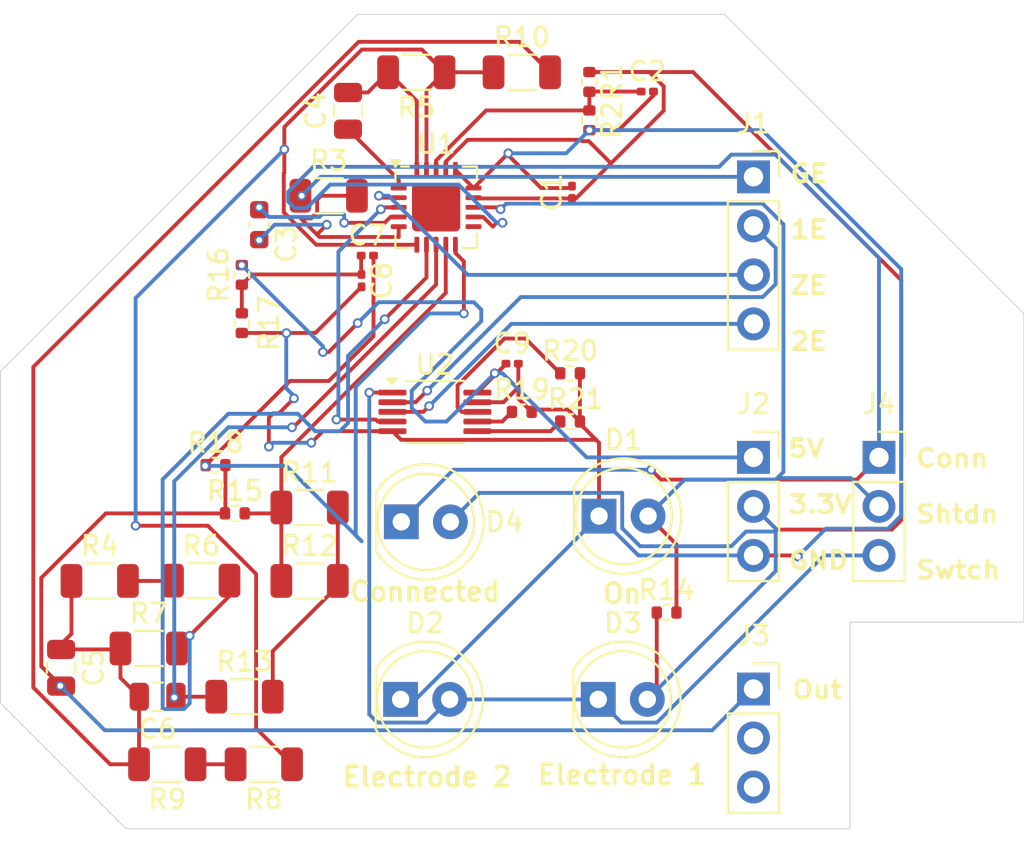
<source format=kicad_pcb>
(kicad_pcb (version 20240108) (generator "pcbnew") (generator_version "8.0")
  (layers (0 "F.Cu" signal) (31 "B.Cu" signal) (34 "B.Paste" user) (35 "F.Paste" user) (36 "B.SilkS" user "B.Silkscreen") (37 "F.SilkS" user "F.Silkscreen") (38 "B.Mask" user) (39 "F.Mask" user) (44 "Edge.Cuts" user))
  (net 0 "")
  (net 1 "GND")
  (net 2 "+3.3V")
  (net 3 "Vref")
  (net 4 "RLDFB1")
  (net 5 "RLD1")
  (net 6 "HPSENSE1")
  (net 7 "HPDRIVE1")
  (net 8 "Net-(C5-Pad1)")
  (net 9 "1o")
  (net 10 "REFOUT1")
  (net 11 "Net-(U1-OUT)")
  (net 12 "Aref")
  (net 13 "+5V")
  (net 14 "shutdown")
  (net 15 "switch")
  (net 16 "Ze")
  (net 17 "Ge")
  (net 18 "2e")
  (net 19 "1e")
  (net 22 "connected1")
  (net 23 "Net-(R4-Pad2)")
  (net 24 "IAOUT1")
  (net 25 "OPAMP+1")
  (net 26 "Net-(R8-Pad2)")
  (net 27 "OPAMP-1")
  (net 28 "Net-(R11-Pad2)")
  (net 29 "Net-(U2-B1)")
  (net 30 "Net-(U2-B0)")
  (net 31 "Net-(U2-B)")
  (net 33 "Ie")
  (footprint "Resistor_SMD:R_0402_1005Metric" (layer "F.Cu") (at 157.5 99.6)
    (property "Reference" "R21")
    (property "Value" "50R")
  )
  (footprint "Resistor_SMD:R_0402_1005Metric" (layer "F.Cu") (at 139.13875 101.86125)
    (property "Reference" "R18")
    (property "Value" "10k")
  )
  (footprint "Capacitor_SMD:C_0805_2012Metric" (layer "F.Cu") (at 131.13875 112.36125 -90)
    (property "Reference" "C5")
    (property "Value" "10uF")
  )
  (footprint "Resistor_SMD:R_1206_3216Metric" (layer "F.Cu") (at 149.5375 81.5 180)
    (property "Reference" "R5")
    (property "Value" "330k")
  )
  (footprint "Resistor_SMD:R_1206_3216Metric" (layer "F.Cu") (at 155 81.5)
    (property "Reference" "R10")
    (property "Value" "33k")
  )
  (footprint "Capacitor_SMD:C_0201_0603Metric" (layer "F.Cu") (at 154.5 96.6)
    (property "Reference" "C9")
    (property "Value" "100nF")
  )
  (footprint "Resistor_SMD:R_0402_1005Metric" (layer "F.Cu") (at 140.5 94.5 -90)
    (property "Reference" "R17")
    (property "Value" "10k ±0.1%")
  )
  (footprint "Package_SO:VSSOP-10_3x3mm_P0.5mm" (layer "F.Cu") (at 150.5 99.1)
    (property "Reference" "U2")
    (property "Value" "TMUX154EDGS")
  )
  (footprint "Package_CSP:LFCSP-20-1EP_4x4mm_P0.5mm_EP2.5x2.5mm" (layer "F.Cu") (at 150.5625 88.5)
    (property "Reference" "U1")
    (property "Value" "AD8232")
  )
  (footprint "Resistor_SMD:R_1206_3216Metric" (layer "F.Cu") (at 136.63875 117.36125 180)
    (property "Reference" "R9")
    (property "Value" "150")
  )
  (footprint "Resistor_SMD:R_1206_3216Metric" (layer "F.Cu") (at 138.39875 107.84625)
    (property "Reference" "R6")
    (property "Value" "150")
  )
  (footprint "Resistor_SMD:R_0402_1005Metric" (layer "F.Cu") (at 157.5 97.1)
    (property "Reference" "R20")
    (property "Value" "50R")
  )
  (footprint "Capacitor_SMD:C_0805_2012Metric" (layer "F.Cu") (at 136.13875 113.86125 180)
    (property "Reference" "C6")
    (property "Value" "10uF")
  )
  (footprint "Resistor_SMD:R_1206_3216Metric" (layer "F.Cu") (at 140.63875 113.86125)
    (property "Reference" "R13")
    (property "Value" "1k")
  )
  (footprint "LED_THT:LED_D5.0mm" (layer "F.Cu") (at 159 104.5)
    (property "Reference" "D1")
    (property "Value" "Green")
  )
  (footprint "Connector_PinSocket_2.54mm:PinSocket_1x04_P2.54mm_Vertical" (layer "F.Cu") (at 167 86.92)
    (property "Reference" "J1")
    (property "Value" "Electrodes")
  )
  (footprint "Capacitor_SMD:C_0603_1608Metric" (layer "F.Cu") (at 141.4 89.4 -90)
    (property "Reference" "C3")
    (property "Value" "1nF")
  )
  (footprint "Resistor_SMD:R_1206_3216Metric" (layer "F.Cu") (at 141.63875 117.36125 180)
    (property "Reference" "R8")
    (property "Value" "10")
  )
  (footprint "Connector_PinSocket_2.54mm:PinSocket_1x03_P2.54mm_Vertical" (layer "F.Cu") (at 167 101.46)
    (property "Reference" "J2")
    (property "Value" "Power")
  )
  (footprint "Resistor_SMD:R_1206_3216Metric" (layer "F.Cu") (at 133.13875 107.86125)
    (property "Reference" "R4")
    (property "Value" "10")
  )
  (footprint "Resistor_SMD:R_0402_1005Metric" (layer "F.Cu") (at 158.5 83.99 -90)
    (property "Reference" "R2")
    (property "Value" "10k ±0.1%")
  )
  (footprint "Capacitor_SMD:C_0805_2012Metric" (layer "F.Cu") (at 146 83.5 90)
    (property "Reference" "C4")
    (property "Value" "100uF")
  )
  (footprint "Resistor_SMD:R_1206_3216Metric" (layer "F.Cu") (at 144.00875 104.05625)
    (property "Reference" "R11")
    (property "Value" "33k")
  )
  (footprint "Resistor_SMD:R_0402_1005Metric" (layer "F.Cu") (at 162.5 109.5)
    (property "Reference" "R14")
    (property "Value" "10k")
  )
  (footprint "Capacitor_SMD:C_0201_0603Metric" (layer "F.Cu") (at 146.7 92.3 -90)
    (property "Reference" "C8")
    (property "Value" "0.1uF")
  )
  (footprint "LED_THT:LED_D5.0mm" (layer "F.Cu") (at 148.725 114)
    (property "Reference" "D2")
    (property "Value" "Yellow - 2e")
  )
  (footprint "Capacitor_SMD:C_0201_0603Metric" (layer "F.Cu") (at 147 91)
    (property "Reference" "C7")
    (property "Value" "14pF")
  )
  (footprint "Capacitor_SMD:C_0201_0603Metric" (layer "F.Cu") (at 161.5 82.5)
    (property "Reference" "C2")
    (property "Value" "0.1uF")
  )
  (footprint "Resistor_SMD:R_1206_3216Metric" (layer "F.Cu") (at 145 87.9)
    (property "Reference" "R3")
    (property "Value" "330k")
  )
  (footprint "Connector_PinSocket_2.54mm:PinSocket_1x03_P2.54mm_Vertical" (layer "F.Cu") (at 167 113.46)
    (property "Reference" "J3")
    (property "Value" "Output")
  )
  (footprint "LED_THT:LED_D5.0mm" (layer "F.Cu") (at 158.96 114)
    (property "Reference" "D3")
    (property "Value" "Yellow - 1e")
  )
  (footprint "Resistor_SMD:R_0402_1005Metric" (layer "F.Cu") (at 155 99.1)
    (property "Reference" "R19")
    (property "Value" "50R")
  )
  (footprint "Connector_PinSocket_2.54mm:PinSocket_1x03_P2.54mm_Vertical" (layer "F.Cu") (at 173.5 101.46)
    (property "Reference" "J4")
    (property "Value" "Status")
  )
  (footprint "Resistor_SMD:R_0402_1005Metric" (layer "F.Cu") (at 140.5 92 -90)
    (property "Reference" "R16")
    (property "Value" "10k ±0.1%")
  )
  (footprint "Capacitor_SMD:C_0201_0603Metric" (layer "F.Cu") (at 157.6 87.72 90)
    (property "Reference" "C1")
    (property "Value" "0.1uF")
  )
  (footprint "Resistor_SMD:R_1206_3216Metric" (layer "F.Cu") (at 135.67625 111.36125)
    (property "Reference" "R7")
    (property "Value" "33k")
  )
  (footprint "Resistor_SMD:R_1206_3216Metric" (layer "F.Cu") (at 144.00875 107.86125)
    (property "Reference" "R12")
    (property "Value" "33k")
  )
  (footprint "Resistor_SMD:R_0402_1005Metric" (layer "F.Cu") (at 158.5 82 -90)
    (property "Reference" "R1")
    (property "Value" "10k ±0.1%")
  )
  (footprint "LED_THT:LED_D5.0mm" (layer "F.Cu") (at 148.76 104.8)
    (property "Reference" "D4")
    (property "Value" "Red")
  )
  (footprint "Resistor_SMD:R_0402_1005Metric" (layer "F.Cu") (at 140.13875 104.36125)
    (property "Reference" "R15")
    (property "Value" "10k")
  )
  (gr_line (start 181 110) (end 181 94) (stroke (width 0.05)) (layer "Edge.Cuts"))
  (gr_line (start 128 114.2) (end 134.5 120.7) (stroke (width 0.05)) (layer "Edge.Cuts"))
  (gr_line (start 134.5 120.7) (end 172 120.7) (stroke (width 0.05)) (layer "Edge.Cuts"))
  (gr_line (start 172 110) (end 181 110) (stroke (width 0.05)) (layer "Edge.Cuts"))
  (gr_line (start 146.5 78.5) (end 128 97) (stroke (width 0.05)) (layer "Edge.Cuts"))
  (gr_line (start 181 94) (end 165.5 78.5) (stroke (width 0.05)) (layer "Edge.Cuts"))
  (gr_line (start 165.5 78.5) (end 146.5 78.5) (stroke (width 0.05)) (layer "Edge.Cuts"))
  (gr_line (start 128 97) (end 128 114.2) (stroke (width 0.05)) (layer "Edge.Cuts"))
  (gr_line (start 172 110) (end 172 120.7) (stroke (width 0.05)) (layer "Edge.Cuts"))
  (gr_text "Conn\n\nShtdn\n\nSwtch" (at 175.3 104.4 0) (layer "F.SilkS") (effects (font (size 0.9 1) (thickness 0.2) (bold yes)) (justify left)))
  (gr_text "5V\n\n3.3V\n\nGND" (at 168.7 103.9 0) (layer "F.SilkS") (effects (font (size 0.9 1) (thickness 0.2) (bold yes)) (justify left)))
  (gr_text "On" (at 160.2 109.1 0) (layer "F.SilkS") (effects (font (size 1 1) (thickness 0.2) (bold yes)) (justify bottom)))
  (gr_text "Connected" (at 150 109 0) (layer "F.SilkS") (effects (font (size 1 1) (thickness 0.2) (bold yes)) (justify bottom)))
  (gr_text "GE\n\n1E\n\nZE\n\n2E" (at 168.8 91.1 0) (layer "F.SilkS") (effects (font (size 0.9 1) (thickness 0.2) (bold yes)) (justify left)))
  (gr_text "Electrode 1" (at 160.2 118.5 0) (layer "F.SilkS") (effects (font (size 1 1) (thickness 0.2) (bold yes)) (justify bottom)))
  (gr_text "Electrode 2" (at 150.1 118.6 0) (layer "F.SilkS") (effects (font (size 1 1) (thickness 0.2) (bold yes)) (justify bottom)))
  (gr_text "Out" (at 168.9 113.5 0) (layer "F.SilkS") (effects (font (size 0.9 1) (thickness 0.2) (bold yes)) (justify left)))
  (segment (start 144.7 100.1) (end 144.1 100.7) (width 0.2) (layer "F.Cu") (net 1))
  (segment (start 152.7 98.6) (end 154.051076 98.6) (width 0.2) (layer "F.Cu") (net 1))
  (segment (start 148.3 100.1) (end 144.7 100.1) (width 0.2) (layer "F.Cu") (net 1))
  (segment (start 157.39 98.98) (end 158.01 99.6) (width 0.2) (layer "F.Cu") (net 1))
  (segment (start 142.425 99.175) (end 143.2 98.4) (width 0.2) (layer "F.Cu") (net 1))
  (segment (start 158.01 99.71) (end 158.95 100.65) (width 0.2) (layer "F.Cu") (net 1))
  (segment (start 141.9 100.9) (end 141.9 99.4) (width 0.2) (layer "F.Cu") (net 1))
  (segment (start 152.5 87.5) (end 154.25 85.75) (width 0.2) (layer "F.Cu") (net 1))
  (segment (start 154.82 96.6) (end 154.82 97.8) (width 0.2) (layer "F.Cu") (net 1))
  (segment (start 169.3 106.6) (end 169.2 106.6) (width 0.2) (layer "F.Cu") (net 1))
  (segment (start 158.01 97.1) (end 158.01 99.6) (width 0.2) (layer "F.Cu") (net 1))
  (segment (start 151.5625 86.5625) (end 152.5 87.5) (width 0.2) (layer "F.Cu") (net 1))
  (segment (start 169.14 106.54) (end 167 106.54) (width 0.2) (layer "F.Cu") (net 1))
  (segment (start 160.019999 84.5) (end 158.5 84.5) (width 0.2) (layer "F.Cu") (net 1))
  (segment (start 154.82 98.41) (end 155.51 99.1) (width 0.2) (layer "F.Cu") (net 1))
  (segment (start 155.63 98.98) (end 157.39 98.98) (width 0.2) (layer "F.Cu") (net 1))
  (segment (start 161.82 82.5) (end 161.82 82.699999) (width 0.2) (layer "F.Cu") (net 1))
  (segment (start 154.25 85.75) (end 156 87.5) (width 0.2) (layer "F.Cu") (net 1))
  (segment (start 159 100.7) (end 159 104.5) (width 0.2) (layer "F.Cu") (net 1))
  (segment (start 148.3 100.1) (end 148.75 100.55) (width 0.2) (layer "F.Cu") (net 1))
  (segment (start 140.5 95.01) (end 144.31 95.01) (width 0.2) (layer "F.Cu") (net 1))
  (segment (start 155.51 99.1) (end 155.63 98.98) (width 0.2) (layer "F.Cu") (net 1))
  (segment (start 154.051076 98.6) (end 154.82 97.831076) (width 0.2) (layer "F.Cu") (net 1))
  (segment (start 156 87.5) (end 157.5 87.5) (width 0.2) (layer "F.Cu") (net 1))
  (segment (start 157.5 87.5) (end 157.6 87.4) (width 0.2) (layer "F.Cu") (net 1))
  (segment (start 154.82 97.8) (end 154.82 98.41) (width 0.2) (layer "F.Cu") (net 1))
  (segment (start 161.82 82.699999) (end 160.019999 84.5) (width 0.2) (layer "F.Cu") (net 1))
  (segment (start 169.2 106.6) (end 169.14 106.54) (width 0.2) (layer "F.Cu") (net 1))
  (segment (start 154.82 97.831076) (end 154.82 97.8) (width 0.2) (layer "F.Cu") (net 1))
  (segment (start 158.95 100.65) (end 159 100.7) (width 0.2) (layer "F.Cu") (net 1))
  (segment (start 158.85 100.55) (end 158.95 100.65) (width 0.2) (layer "F.Cu") (net 1))
  (segment (start 148.75 100.55) (end 158.85 100.55) (width 0.2) (layer "F.Cu") (net 1))
  (segment (start 142.125 99.175) (end 142.2 99.175) (width 0.2) (layer "F.Cu") (net 1))
  (segment (start 141.9 99.4) (end 142.125 99.175) (width 0.2) (layer "F.Cu") (net 1))
  (segment (start 142.2 99.175) (end 142.425 99.175) (width 0.2) (layer "F.Cu") (net 1))
  (segment (start 144.31 95.01) (end 146.7 92.62) (width 0.2) (layer "F.Cu") (net 1))
  (segment (start 158.01 99.6) (end 158.01 99.71) (width 0.2) (layer "F.Cu") (net 1))
  (via (at 154.3 85.7) (size 0.5) (drill 0.3) (layers "F.Cu" "B.Cu") (net 1))
  (via (at 143.2 98.4) (size 0.5) (drill 0.3) (layers "F.Cu" "B.Cu") (net 1))
  (via (at 141.9 100.9) (size 0.5) (drill 0.3) (layers "F.Cu" "B.Cu") (net 1))
  (via (at 144.1 100.7) (size 0.5) (drill 0.3) (layers "F.Cu" "B.Cu") (net 1))
  (via (at 142.808511 95.018247) (size 0.5) (drill 0.3) (layers "F.Cu" "B.Cu") (net 1))
  (via (at 169.3 106.6) (size 0.5) (drill 0.3) (layers "F.Cu" "B.Cu") (net 1))
  (via (at 158.5 84.5) (size 0.5) (drill 0.3) (layers "F.Cu" "B.Cu") (net 1))
  (segment (start 157.3 85.7) (end 158.5 84.5) (width 0.2) (layer "B.Cu") (net 1))
  (segment (start 144.1 100.7) (end 142.1 100.7) (width 0.2) (layer "B.Cu") (net 1))
  (segment (start 159 104.5) (end 161.04 106.54) (width 0.2) (layer "B.Cu") (net 1))
  (segment (start 174.65 104.476346) (end 173.976346 105.15) (width 0.2) (layer "B.Cu") (net 1))
  (segment (start 149.5 114) (end 159 104.5) (width 0.2) (layer "B.Cu") (net 1))
  (segment (start 148.725 114) (end 149.5 114) (width 0.2) (layer "B.Cu") (net 1))
  (segment (start 161.04 106.54) (end 167 106.54) (width 0.2) (layer "B.Cu") (net 1))
  (segment (start 174.65 91.704314) (end 174.65 104.476346) (width 0.2) (layer "B.Cu") (net 1))
  (segment (start 154.3 85.7) (end 157.3 85.7) (width 0.2) (layer "B.Cu") (net 1))
  (segment (start 167.445686 84.5) (end 174.65 91.704314) (width 0.2) (layer "B.Cu") (net 1))
  (segment (start 170.75 105.15) (end 169.3 106.6) (width 0.2) (layer "B.Cu") (net 1))
  (segment (start 173.976346 105.15) (end 170.75 105.15) (width 0.2) (layer "B.Cu") (net 1))
  (segment (start 143.2 98.4) (end 143.2 98.277818) (width 0.2) (layer "B.Cu") (net 1))
  (segment (start 142.1 100.7) (end 141.9 100.9) (width 0.2) (layer "B.Cu") (net 1))
  (segment (start 143.2 98.277818) (end 142.8 97.877818) (width 0.2) (layer "B.Cu") (net 1))
  (segment (start 158.5 84.5) (end 167.445686 84.5) (width 0.2) (layer "B.Cu") (net 1))
  (segment (start 142.8 97.877818) (end 142.8 95) (width 0.2) (layer "B.Cu") (net 1))
  (segment (start 163.87 81.49) (end 174.65 92.27) (width 0.2) (layer "F.Cu") (net 2))
  (segment (start 161.99 109.5) (end 161.99 113.51) (width 0.2) (layer "F.Cu") (net 2))
  (segment (start 161.99 113.51) (end 161.5 114) (width 0.2) (layer "F.Cu") (net 2))
  (segment (start 159.62 86.22) (end 157.799999 88.04) (width 0.2) (layer "F.Cu") (net 2))
  (segment (start 161.608456 81.49) (end 162.35 82.231544) (width 0.2) (layer "F.Cu") (net 2))
  (segment (start 174.65 104.716346) (end 174.166346 105.2) (width 0.2) (layer "F.Cu") (net 2))
  (segment (start 152.198114 85) (end 158.061076 85) (width 0.2) (layer "F.Cu") (net 2))
  (segment (start 151.0625 86.135614) (end 152.198114 85) (width 0.2) (layer "F.Cu") (net 2))
  (segment (start 157.799999 88.04) (end 157.6 88.04) (width 0.2) (layer "F.Cu") (net 2))
  (segment (start 157.6 88.04) (end 152.54 88.04) (width 0.2) (layer "F.Cu") (net 2))
  (segment (start 158.47 85.07) (end 159.62 86.22) (width 0.2) (layer "F.Cu") (net 2))
  (segment (start 158.131076 85.07) (end 158.47 85.07) (width 0.2) (layer "F.Cu") (net 2))
  (segment (start 151.0625 86.5625) (end 151.0625 86.135614) (width 0.2) (layer "F.Cu") (net 2))
  (segment (start 158.5 81.49) (end 158.8 81.49) (width 0.2) (layer "F.Cu") (net 2))
  (segment (start 158.8 81.49) (end 161.608456 81.49) (width 0.2) (layer "F.Cu") (net 2))
  (segment (start 158.8 81.49) (end 163.87 81.49) (width 0.2) (layer "F.Cu") (net 2))
  (segment (start 174.65 92.27) (end 174.65 104.716346) (width 0.2) (layer "F.Cu") (net 2))
  (segment (start 162.35 82.231544) (end 162.35 83.489999) (width 0.2) (layer "F.Cu") (net 2))
  (segment (start 174.166346 105.2) (end 168.2 105.2) (width 0.2) (layer "F.Cu") (net 2))
  (segment (start 158.061076 85) (end 158.131076 85.07) (width 0.2) (layer "F.Cu") (net 2))
  (segment (start 168.2 105.2) (end 167 104) (width 0.2) (layer "F.Cu") (net 2))
  (segment (start 152.54 88.04) (end 152.5 88) (width 0.2) (layer "F.Cu") (net 2))
  (segment (start 162.35 83.489999) (end 159.62 86.22) (width 0.2) (layer "F.Cu") (net 2))
  (segment (start 160.2 103.3) (end 160.2 105.134314) (width 0.2) (layer "B.Cu") (net 2))
  (segment (start 151.3 104.8) (end 152.8 103.3) (width 0.2) (layer "B.Cu") (net 2))
  (segment (start 161.5 114) (end 168.15 107.35) (width 0.2) (layer "B.Cu") (net 2))
  (segment (start 161.12934 106.063654) (end 165.85 106.063654) (width 0.2) (layer "B.Cu") (net 2))
  (segment (start 165.85 106.063654) (end 166.613654 105.3) (width 0.2) (layer "B.Cu") (net 2))
  (segment (start 168.15 105.15) (end 167 104) (width 0.2) (layer "B.Cu") (net 2))
  (segment (start 168.15 105.3) (end 168.15 105.15) (width 0.2) (layer "B.Cu") (net 2))
  (segment (start 152.8 103.3) (end 160.2 103.3) (width 0.2) (layer "B.Cu") (net 2))
  (segment (start 168.15 107.35) (end 168.15 105.3) (width 0.2) (layer "B.Cu") (net 2))
  (segment (start 166.613654 105.3) (end 168.15 105.3) (width 0.2) (layer "B.Cu") (net 2))
  (segment (start 160.2 105.134314) (end 161.12934 106.063654) (width 0.2) (layer "B.Cu") (net 2))
  (segment (start 161.18 82.5) (end 158.51 82.5) (width 0.2) (layer "F.Cu") (net 3))
  (segment (start 158.5 83.48) (end 158.5 82.51) (width 0.2) (layer "F.Cu") (net 3))
  (segment (start 153.152428 83.48) (end 158.5 83.48) (width 0.2) (layer "F.Cu") (net 3))
  (segment (start 150.5625 86.5625) (end 150.5625 86.069928) (width 0.2) (layer "F.Cu") (net 3))
  (segment (start 158.51 82.5) (end 158.5 82.51) (width 0.2) (layer "F.Cu") (net 3))
  (segment (start 150.5625 86.069928) (end 153.152428 83.48) (width 0.2) (layer "F.Cu") (net 3))
  (segment (start 148.198114 89) (end 148.625 89) (width 0.2) (layer "F.Cu") (net 4))
  (segment (start 145.8 89.3) (end 147.898114 89.3) (width 0.2) (layer "F.Cu") (net 4))
  (segment (start 147.898114 89.3) (end 148.198114 89) (width 0.2) (layer "F.Cu") (net 4))
  (via (at 145.8 89.3) (size 0.5) (drill 0.3) (layers "F.Cu" "B.Cu") (net 4))
  (via (at 141.4 88.5) (size 0.5) (drill 0.3) (layers "F.Cu" "B.Cu") (net 4))
  (segment (start 145.75 88.85) (end 144.672182 88.85) (width 0.2) (layer "B.Cu") (net 4))
  (segment (start 141.9 89) (end 141.4 88.5) (width 0.2) (layer "B.Cu") (net 4))
  (segment (start 145.8 89.3) (end 145.8 88.9) (width 0.2) (layer "B.Cu") (net 4))
  (segment (start 144.522182 89) (end 141.9 89) (width 0.2) (layer "B.Cu") (net 4))
  (segment (start 144.672182 88.85) (end 144.522182 89) (width 0.2) (layer "B.Cu") (net 4))
  (segment (start 145.8 88.9) (end 145.75 88.85) (width 0.2) (layer "B.Cu") (net 4))
  (segment (start 148.625 90.0375) (end 148.625 89.5) (width 0.2) (layer "F.Cu") (net 5))
  (segment (start 144.440471 89.859529) (end 144.9 89.4) (width 0.2) (layer "F.Cu") (net 5))
  (segment (start 144.4 88.759744) (end 144.084744 89.075) (width 0.2) (layer "F.Cu") (net 5))
  (segment (start 144.440471 89.959529) (end 144.518442 90.0375) (width 0.2) (layer "F.Cu") (net 5))
  (segment (start 144.440471 89.959529) (end 144.440471 89.859529) (width 0.2) (layer "F.Cu") (net 5))
  (segment (start 144.518442 90.0375) (end 148.625 90.0375) (width 0.2) (layer "F.Cu") (net 5))
  (segment (start 143.555942 89.075) (end 144.440471 89.959529) (width 0.2) (layer "F.Cu") (net 5))
  (segment (start 144.084744 89.075) (end 143.555942 89.075) (width 0.2) (layer "F.Cu") (net 5))
  (segment (start 146.4625 87.9) (end 144.6 87.9) (width 0.2) (layer "F.Cu") (net 5))
  (segment (start 144.4 88.1) (end 144.4 88.759744) (width 0.2) (layer "F.Cu") (net 5))
  (segment (start 144.6 87.9) (end 144.4 88.1) (width 0.2) (layer "F.Cu") (net 5))
  (via (at 144.9 89.4) (size 0.5) (drill 0.3) (layers "F.Cu" "B.Cu") (net 5))
  (via (at 141.4 90.2) (size 0.5) (drill 0.3) (layers "F.Cu" "B.Cu") (net 5))
  (segment (start 142.2 89.4) (end 144.9 89.4) (width 0.2) (layer "B.Cu") (net 5))
  (segment (start 141.4 90.2) (end 142.2 89.4) (width 0.2) (layer "B.Cu") (net 5))
  (segment (start 149.5625 86.5625) (end 149.5625 82.9875) (width 0.2) (layer "F.Cu") (net 6))
  (segment (start 149.5625 82.9875) (end 148.075 81.5) (width 0.2) (layer "F.Cu") (net 6))
  (segment (start 147.025 82.55) (end 146 82.55) (width 0.2) (layer "F.Cu") (net 6))
  (segment (start 148.075 81.5) (end 147.025 82.55) (width 0.2) (layer "F.Cu") (net 6))
  (segment (start 148.625 87.075) (end 148.625 87.5) (width 0.2) (layer "F.Cu") (net 7))
  (segment (start 146 84.45) (end 148.625 87.075) (width 0.2) (layer "F.Cu") (net 7))
  (segment (start 134.21375 112.88625) (end 135.18875 113.86125) (width 0.2) (layer "F.Cu") (net 8))
  (segment (start 131.67625 110.60125) (end 131.67625 107.86125) (width 0.2) (layer "F.Cu") (net 8))
  (segment (start 135.17625 117.36125) (end 135.17625 113.87375) (width 0.2) (layer "F.Cu") (net 8))
  (segment (start 146.54957 79.925) (end 129.7 96.77457) (width 0.2) (layer "F.Cu") (net 8))
  (segment (start 133.679006 117.36125) (end 135.17625 117.36125) (width 0.2) (layer "F.Cu") (net 8))
  (segment (start 156.4625 81.5) (end 154.8875 79.925) (width 0.2) (layer "F.Cu") (net 8))
  (segment (start 134.21375 111.36125) (end 134.21375 112.88625) (width 0.2) (layer "F.Cu") (net 8))
  (segment (start 135.17625 113.87375) (end 135.18875 113.86125) (width 0.2) (layer "F.Cu") (net 8))
  (segment (start 129.7 96.77457) (end 129.7 113.382244) (width 0.2) (layer "F.Cu") (net 8))
  (segment (start 129.7 113.382244) (end 133.679006 117.36125) (width 0.2) (layer "F.Cu") (net 8))
  (segment (start 131.13875 111.41125) (end 131.13875 111.13875) (width 0.2) (layer "F.Cu") (net 8))
  (segment (start 131.13875 111.13875) (end 131.67625 110.60125) (width 0.2) (layer "F.Cu") (net 8))
  (segment (start 154.8875 79.925) (end 146.54957 79.925) (width 0.2) (layer "F.Cu") (net 8))
  (segment (start 134.16375 111.41125) (end 134.21375 111.36125) (width 0.2) (layer "F.Cu") (net 8))
  (segment (start 131.13875 111.41125) (end 134.16375 111.41125) (width 0.2) (layer "F.Cu") (net 8))
  (segment (start 130.11375 112.28625) (end 130.11375 107.701506) (width 0.2) (layer "F.Cu") (net 9))
  (segment (start 130.11375 107.701506) (end 133.454006 104.36125) (width 0.2) (layer "F.Cu") (net 9))
  (segment (start 139.64875 101.86125) (end 139.64875 104.34125) (width 0.2) (layer "F.Cu") (net 9))
  (segment (start 131.13875 113.31125) (end 130.11375 112.28625) (width 0.2) (layer "F.Cu") (net 9))
  (segment (start 139.64875 104.34125) (end 139.62875 104.36125) (width 0.2) (layer "F.Cu") (net 9))
  (segment (start 133.454006 104.36125) (end 139.62875 104.36125) (width 0.2) (layer "F.Cu") (net 9))
  (via (at 131.1 113.3) (size 0.5) (drill 0.3) (layers "F.Cu" "B.Cu") (net 9))
  (segment (start 133.4 115.6) (end 131.1 113.3) (width 0.2) (layer "B.Cu") (net 9))
  (segment (start 167 113.46) (end 164.86 115.6) (width 0.2) (layer "B.Cu") (net 9))
  (segment (start 164.86 115.6) (end 133.4 115.6) (width 0.2) (layer "B.Cu") (net 9))
  (segment (start 150.5625 92.503186) (end 143.165686 99.9) (width 0.2) (layer "F.Cu") (net 10))
  (segment (start 137.08875 113.86125) (end 139.17625 113.86125) (width 0.2) (layer "F.Cu") (net 10))
  (segment (start 150.5625 90.4375) (end 150.5625 92.503186) (width 0.2) (layer "F.Cu") (net 10))
  (segment (start 143.165686 99.9) (end 143.1 99.9) (width 0.2) (layer "F.Cu") (net 10))
  (via (at 143.1 99.9) (size 0.5) (drill 0.3) (layers "F.Cu" "B.Cu") (net 10))
  (via (at 137 113.9) (size 0.5) (drill 0.3) (layers "F.Cu" "B.Cu") (net 10))
  (segment (start 137 102.7) (end 137 113.9) (width 0.2) (layer "B.Cu") (net 10))
  (segment (start 143.1 99.9) (end 139.8 99.9) (width 0.2) (layer "B.Cu") (net 10))
  (segment (start 139.8 99.9) (end 137 102.7) (width 0.2) (layer "B.Cu") (net 10))
  (segment (start 151.5625 90.864386) (end 152 91.301886) (width 0.2) (layer "F.Cu") (net 11))
  (segment (start 145 97.5) (end 147.32 95.18) (width 0.2) (layer "F.Cu") (net 11))
  (segment (start 147.32 95.18) (end 147.32 91) (width 0.2) (layer "F.Cu") (net 11))
  (segment (start 151.5625 90.4375) (end 151.5625 90.864386) (width 0.2) (layer "F.Cu") (net 11))
  (segment (start 138.62875 101.86125) (end 142.99 97.5) (width 0.2) (layer "F.Cu") (net 11))
  (segment (start 152 91.301886) (end 152 94) (width 0.2) (layer "F.Cu") (net 11))
  (segment (start 142.99 97.5) (end 145 97.5) (width 0.2) (layer "F.Cu") (net 11))
  (via (at 152 94) (size 0.5) (drill 0.3) (layers "F.Cu" "B.Cu") (net 11))
  (via (at 138.6 101.9) (size 0.5) (drill 0.3) (layers "F.Cu" "B.Cu") (net 11))
  (segment (start 152 94) (end 150.2 94) (width 0.2) (layer "B.Cu") (net 11))
  (segment (start 146.7 105.8) (end 142.8 101.9) (width 0.2) (layer "B.Cu") (net 11))
  (segment (start 142.8 101.9) (end 138.6 101.9) (width 0.2) (layer "B.Cu") (net 11))
  (segment (start 146.4 105.5) (end 146.7 105.8) (width 0.2) (layer "B.Cu") (net 11))
  (segment (start 150.2 94) (end 146.4 97.8) (width 0.2) (layer "B.Cu") (net 11))
  (segment (start 146.4 97.8) (end 146.4 105.5) (width 0.2) (layer "B.Cu") (net 11))
  (segment (start 146.68 91.96) (end 146.7 91.98) (width 0.2) (layer "F.Cu") (net 12))
  (segment (start 140.5 92.51) (end 141.03 91.98) (width 0.2) (layer "F.Cu") (net 12))
  (segment (start 140.5 93.99) (end 140.5 92.51) (width 0.2) (layer "F.Cu") (net 12))
  (segment (start 146.68 91) (end 146.68 91.96) (width 0.2) (layer "F.Cu") (net 12))
  (segment (start 141.03 91.98) (end 146.7 91.98) (width 0.2) (layer "F.Cu") (net 12))
  (segment (start 154.18 96.62) (end 154.18 96.6) (width 0.2) (layer "F.Cu") (net 13))
  (segment (start 153.6 97.1) (end 153.7 97.1) (width 0.2) (layer "F.Cu") (net 13))
  (segment (start 153.7 97.1) (end 154.18 96.62) (width 0.2) (layer "F.Cu") (net 13))
  (segment (start 145 96) (end 146.5 94.5) (width 0.2) (layer "F.Cu") (net 13))
  (segment (start 144.7 96) (end 145 96) (width 0.2) (layer "F.Cu") (net 13))
  (segment (start 153.6 97.1) (end 153.6 97.2) (width 0.2) (layer "F.Cu") (net 13))
  (segment (start 153.6 97.2) (end 152.7 98.1) (width 0.2) (layer "F.Cu") (net 13))
  (via (at 144.7 96) (size 0.5) (drill 0.3) (layers "F.Cu" "B.Cu") (net 13))
  (via (at 153.6 97.1) (size 0.5) (drill 0.3) (layers "F.Cu" "B.Cu") (net 13))
  (via (at 140.5 91.5) (size 0.5) (drill 0.3) (layers "F.Cu" "B.Cu") (net 13))
  (via (at 146.5 94.5) (size 0.5) (drill 0.3) (layers "F.Cu" "B.Cu") (net 13))
  (segment (start 153.6 97.1) (end 154 97.1) (width 0.2) (layer "B.Cu") (net 13))
  (segment (start 152.517157 93.417157) (end 147.582843 93.417157) (width 0.2) (layer "B.Cu") (net 13))
  (segment (start 140.5 91.5) (end 144.7 95.7) (width 0.2) (layer "B.Cu") (net 13))
  (segment (start 153.6 97.1) (end 151.1 99.6) (width 0.2) (layer "B.Cu") (net 13))
  (segment (start 158.36 101.46) (end 167 101.46) (width 0.2) (layer "B.Cu") (net 13))
  (segment (start 150 99.6) (end 149.3 98.9) (width 0.2) (layer "B.Cu") (net 13))
  (segment (start 149.3 98.9) (end 149.3 98) (width 0.2) (layer "B.Cu") (net 13))
  (segment (start 149.3 98) (end 152.9 94.4) (width 0.2) (layer "B.Cu") (net 13))
  (segment (start 144.7 95.7) (end 144.7 96) (width 0.2) (layer "B.Cu") (net 13))
  (segment (start 152.9 94.4) (end 152.9 93.8) (width 0.2) (layer "B.Cu") (net 13))
  (segment (start 151.1 99.6) (end 150 99.6) (width 0.2) (layer "B.Cu") (net 13))
  (segment (start 152.9 93.8) (end 152.517157 93.417157) (width 0.2) (layer "B.Cu") (net 13))
  (segment (start 147.582843 93.417157) (end 146.5 94.5) (width 0.2) (layer "B.Cu") (net 13))
  (segment (start 154 97.1) (end 158.36 101.46) (width 0.2) (layer "B.Cu") (net 13))
  (segment (start 153.6 88.5) (end 153.9 88.6) (width 0.2) (layer "F.Cu") (net 14))
  (segment (start 153.9 88.6) (end 153.8 88.5) (width 0.2) (layer "F.Cu") (net 14))
  (segment (start 163.01 109.5) (end 163.01 105.97) (width 0.2) (layer "F.Cu") (net 14))
  (segment (start 153.8 88.5) (end 153.7 88.5) (width 0.2) (layer "F.Cu") (net 14))
  (segment (start 152.5 88.5) (end 153.6 88.5) (width 0.2) (layer "F.Cu") (net 14))
  (segment (start 163.01 105.97) (end 161.54 104.5) (width 0.2) (layer "F.Cu") (net 14))
  (via (at 153.9 88.6) (size 0.5) (drill 0.3) (layers "F.Cu" "B.Cu") (net 14))
  (segment (start 154.19 88.31) (end 167.476346 88.31) (width 0.2) (layer "B.Cu") (net 14))
  (segment (start 163.43 102.61) (end 161.54 104.5) (width 0.2) (layer "B.Cu") (net 14))
  (segment (start 173.5 104) (end 172.03 102.53) (width 0.2) (layer "B.Cu") (net 14))
  (segment (start 172.03 102.53) (end 168.23 102.53) (width 0.2) (layer "B.Cu") (net 14))
  (segment (start 168.23 102.53) (end 168.15 102.61) (width 0.2) (layer "B.Cu") (net 14))
  (segment (start 167.476346 88.31) (end 168.55 89.383654) (width 0.2) (layer "B.Cu") (net 14))
  (segment (start 168.55 89.383654) (end 168.55 102.21) (width 0.2) (layer "B.Cu") (net 14))
  (segment (start 168.15 102.61) (end 163.43 102.61) (width 0.2) (layer "B.Cu") (net 14))
  (segment (start 168.55 102.21) (end 168.23 102.53) (width 0.2) (layer "B.Cu") (net 14))
  (segment (start 153.9 88.6) (end 154.19 88.31) (width 0.2) (layer "B.Cu") (net 14))
  (segment (start 147.1 98.1) (end 148.3 98.1) (width 0.2) (layer "F.Cu") (net 15))
  (via (at 147.1 98.1) (size 0.5) (drill 0.3) (layers "F.Cu" "B.Cu") (net 15))
  (segment (start 147.1 114.775) (end 147.1 98.1) (width 0.2) (layer "B.Cu") (net 15))
  (segment (start 173.5 106.54) (end 170.657057 106.54) (width 0.2) (layer "B.Cu") (net 15))
  (segment (start 161.997057 115.2) (end 160.16 115.2) (width 0.2) (layer "B.Cu") (net 15))
  (segment (start 151.265 114) (end 150.065 115.2) (width 0.2) (layer "B.Cu") (net 15))
  (segment (start 150.065 115.2) (end 147.525 115.2) (width 0.2) (layer "B.Cu") (net 15))
  (segment (start 170.657057 106.54) (end 161.997057 115.2) (width 0.2) (layer "B.Cu") (net 15))
  (segment (start 151.265 114) (end 158.96 114) (width 0.2) (layer "B.Cu") (net 15))
  (segment (start 147.525 115.2) (end 147.1 114.775) (width 0.2) (layer "B.Cu") (net 15))
  (segment (start 160.16 115.2) (end 158.96 114) (width 0.2) (layer "B.Cu") (net 15))
  (segment (start 147.6 87.9) (end 147.7 88) (width 0.2) (layer "F.Cu") (net 16))
  (segment (start 147.7 88) (end 148.625 88) (width 0.2) (layer "F.Cu") (net 16))
  (via (at 147.6 87.9) (size 0.5) (drill 0.3) (layers "F.Cu" "B.Cu") (net 16))
  (segment (start 148.1 87.9) (end 152.2 92) (width 0.2) (layer "B.Cu") (net 16))
  (segment (start 147.6 87.9) (end 148.1 87.9) (width 0.2) (layer "B.Cu") (net 16))
  (segment (start 152.2 92) (end 167 92) (width 0.2) (layer "B.Cu") (net 16))
  (via (at 143.6 87.9) (size 0.5) (drill 0.3) (layers "F.Cu" "B.Cu") (net 17))
  (segment (start 144.58 86.92) (end 167 86.92) (width 0.2) (layer "B.Cu") (net 17))
  (segment (start 143.6 87.9) (end 144.58 86.92) (width 0.2) (layer "B.Cu") (net 17))
  (segment (start 150.2 98.8) (end 149.9 99.1) (width 0.2) (layer "F.Cu") (net 18))
  (segment (start 149.9 99.1) (end 148.3 99.1) (width 0.2) (layer "F.Cu") (net 18))
  (via (at 150.2 98.8) (size 0.5) (drill 0.3) (layers "F.Cu" "B.Cu") (net 18))
  (segment (start 167 94.54) (end 154.46 94.54) (width 0.2) (layer "B.Cu") (net 18))
  (segment (start 154.46 94.54) (end 150.2 98.8) (width 0.2) (layer "B.Cu") (net 18))
  (segment (start 149.5 98.6) (end 148.3 98.6) (width 0.2) (layer "F.Cu") (net 19))
  (segment (start 150.1 98) (end 149.5 98.6) (width 0.2) (layer "F.Cu") (net 19))
  (via (at 150.1 98) (size 0.5) (drill 0.3) (layers "F.Cu" "B.Cu") (net 19))
  (segment (start 154.95 93.15) (end 150.1 98) (width 0.2) (layer "B.Cu") (net 19))
  (segment (start 167 89.46) (end 168.15 90.61) (width 0.2) (layer "B.Cu") (net 19))
  (segment (start 168.15 92.476346) (end 167.476346 93.15) (width 0.2) (layer "B.Cu") (net 19))
  (segment (start 167.476346 93.15) (end 154.95 93.15) (width 0.2) (layer "B.Cu") (net 19))
  (segment (start 168.15 90.61) (end 168.15 92.476346) (width 0.2) (layer "B.Cu") (net 19))
  (segment (start 172.35 102.61) (end 173.5 101.46) (width 0.2) (layer "F.Cu") (net 22))
  (segment (start 153.7 89.3) (end 154 89.3) (width 0.2) (layer "F.Cu") (net 22))
  (segment (start 153.5 89.5) (end 153.7 89.3) (width 0.2) (layer "F.Cu") (net 22))
  (segment (start 152.5 89) (end 153 89) (width 0.2) (layer "F.Cu") (net 22))
  (segment (start 153 89) (end 153.5 89.5) (width 0.2) (layer "F.Cu") (net 22))
  (segment (start 162.21 102.61) (end 172.35 102.61) (width 0.2) (layer "F.Cu") (net 22))
  (segment (start 161.7 102.1) (end 162.21 102.61) (width 0.2) (layer "F.Cu") (net 22))
  (via (at 161.7 102.1) (size 0.5) (drill 0.3) (layers "F.Cu" "B.Cu") (net 22))
  (via (at 154 89.3) (size 0.5) (drill 0.3) (layers "F.Cu" "B.Cu") (net 22))
  (segment (start 153.7 89.3) (end 151.72 87.32) (width 0.2) (layer "B.Cu") (net 22))
  (segment (start 143.859461 88.540539) (end 143.240539 88.540539) (width 0.2) (layer "B.Cu") (net 22))
  (segment (start 151.46 102.1) (end 161.7 102.1) (width 0.2) (layer "B.Cu") (net 22))
  (segment (start 173.5 91.12) (end 173.5 101.46) (width 0.2) (layer "B.Cu") (net 22))
  (segment (start 144.2 86.4) (end 165.22 86.4) (width 0.2) (layer "B.Cu") (net 22))
  (segment (start 143.240539 88.540539) (end 142.9 88.2) (width 0.2) (layer "B.Cu") (net 22))
  (segment (start 151.72 87.32) (end 145.08 87.32) (width 0.2) (layer "B.Cu") (net 22))
  (segment (start 165.85 85.77) (end 168.15 85.77) (width 0.2) (layer "B.Cu") (net 22))
  (segment (start 142.9 87.7) (end 144.2 86.4) (width 0.2) (layer "B.Cu") (net 22))
  (segment (start 168.15 85.77) (end 173.5 91.12) (width 0.2) (layer "B.Cu") (net 22))
  (segment (start 154 89.3) (end 153.7 89.3) (width 0.2) (layer "B.Cu") (net 22))
  (segment (start 142.9 88.2) (end 142.9 87.7) (width 0.2) (layer "B.Cu") (net 22))
  (segment (start 165.22 86.4) (end 165.85 85.77) (width 0.2) (layer "B.Cu") (net 22))
  (segment (start 145.08 87.32) (end 143.859461 88.540539) (width 0.2) (layer "B.Cu") (net 22))
  (segment (start 148.76 104.8) (end 151.46 102.1) (width 0.2) (layer "B.Cu") (net 22))
  (segment (start 134.60125 107.86125) (end 136.92125 107.86125) (width 0.2) (layer "F.Cu") (net 23))
  (segment (start 136.92125 107.86125) (end 136.93625 107.84625) (width 0.2) (layer "F.Cu") (net 23))
  (segment (start 142.7 84.340256) (end 146.715256 80.325) (width 0.2) (layer "F.Cu") (net 24))
  (segment (start 142.7 86.7) (end 142.7 84.340256) (width 0.2) (layer "F.Cu") (net 24))
  (segment (start 142.675 86.725) (end 142.7 86.7) (width 0.2) (layer "F.Cu") (net 24))
  (segment (start 153.5375 81.5) (end 151 81.5) (width 0.2) (layer "F.Cu") (net 24))
  (segment (start 141.23875 115.49875) (end 141.23875 107.501506) (width 0.2) (layer "F.Cu") (net 24))
  (segment (start 142.675 88.759744) (end 142.675 86.725) (width 0.2) (layer "F.Cu") (net 24))
  (segment (start 150.0625 82.4375) (end 150.0625 86.5625) (width 0.2) (layer "F.Cu") (net 24))
  (segment (start 151 81.5) (end 150.0625 82.4375) (width 0.2) (layer "F.Cu") (net 24))
  (segment (start 141.23875 107.501506) (end 138.737244 105) (width 0.2) (layer "F.Cu") (net 24))
  (segment (start 143.10125 117.36125) (end 141.23875 115.49875) (width 0.2) (layer "F.Cu") (net 24))
  (segment (start 144.352756 90.4375) (end 142.675 88.759744) (width 0.2) (layer "F.Cu") (net 24))
  (segment (start 149.825 80.325) (end 151 81.5) (width 0.2) (layer "F.Cu") (net 24))
  (segment (start 138.737244 105) (end 135 105) (width 0.2) (layer "F.Cu") (net 24))
  (segment (start 149.5625 90.4375) (end 144.352756 90.4375) (width 0.2) (layer "F.Cu") (net 24))
  (segment (start 146.715256 80.325) (end 149.825 80.325) (width 0.2) (layer "F.Cu") (net 24))
  (via (at 142.7 85.5) (size 0.5) (drill 0.3) (layers "F.Cu" "B.Cu") (net 24))
  (via (at 135 105) (size 0.5) (drill 0.3) (layers "F.Cu" "B.Cu") (net 24))
  (segment (start 135 93.2) (end 142.7 85.5) (width 0.2) (layer "B.Cu") (net 24))
  (segment (start 135 105) (end 135 93.2) (width 0.2) (layer "B.Cu") (net 24))
  (segment (start 137.13875 111.36125) (end 139.86125 108.63875) (width 0.2) (layer "F.Cu") (net 25))
  (segment (start 150.0625 92.1375) (end 147.9 94.3) (width 0.2) (layer "F.Cu") (net 25))
  (segment (start 139.86125 108.63875) (end 139.86125 107.84625) (width 0.2) (layer "F.Cu") (net 25))
  (segment (start 150.0625 90.4375) (end 150.0625 92.1375) (width 0.2) (layer "F.Cu") (net 25))
  (via (at 137.8 110.7) (size 0.5) (drill 0.3) (layers "F.Cu" "B.Cu") (net 25))
  (via (at 147.9 94.3) (size 0.5) (drill 0.3) (layers "F.Cu" "B.Cu") (net 25))
  (segment (start 137.8 114.2) (end 137.5 114.5) (width 0.2) (layer "B.Cu") (net 25))
  (segment (start 136.4 114.5) (end 136.4 102.6) (width 0.2) (layer "B.Cu") (net 25))
  (segment (start 136.4 102.6) (end 139.8 99.2) (width 0.2) (layer "B.Cu") (net 25))
  (segment (start 144.3 100.1) (end 145.577818 100.1) (width 0.2) (layer "B.Cu") (net 25))
  (segment (start 137.5 114.5) (end 136.4 114.5) (width 0.2) (layer "B.Cu") (net 25))
  (segment (start 146 96.2) (end 147.9 94.3) (width 0.2) (layer "B.Cu") (net 25))
  (segment (start 145.577818 100.1) (end 146 99.677818) (width 0.2) (layer "B.Cu") (net 25))
  (segment (start 137.8 110.7) (end 137.8 114.2) (width 0.2) (layer "B.Cu") (net 25))
  (segment (start 139.8 99.2) (end 143.4 99.2) (width 0.2) (layer "B.Cu") (net 25))
  (segment (start 143.4 99.2) (end 144.3 100.1) (width 0.2) (layer "B.Cu") (net 25))
  (segment (start 146 99.677818) (end 146 96.2) (width 0.2) (layer "B.Cu") (net 25))
  (segment (start 140.17625 117.36125) (end 138.10125 117.36125) (width 0.2) (layer "F.Cu") (net 26))
  (segment (start 151.0625 90.4375) (end 151.0625 92.933947) (width 0.2) (layer "F.Cu") (net 27))
  (segment (start 140.64875 104.36125) (end 142.24125 104.36125) (width 0.2) (layer "F.Cu") (net 27))
  (segment (start 142.24125 104.36125) (end 142.54625 104.05625) (width 0.2) (layer "F.Cu") (net 27))
  (segment (start 151.0625 92.933947) (end 142.54625 101.450197) (width 0.2) (layer "F.Cu") (net 27))
  (segment (start 142.54625 101.450197) (end 142.54625 104.05625) (width 0.2) (layer "F.Cu") (net 27))
  (segment (start 142.54625 107.86125) (end 142.54625 104.05625) (width 0.2) (layer "F.Cu") (net 27))
  (segment (start 145.47125 107.86125) (end 145.47125 108.12875) (width 0.2) (layer "F.Cu") (net 28))
  (segment (start 145.47125 108.12875) (end 142.10125 111.49875) (width 0.2) (layer "F.Cu") (net 28))
  (segment (start 145.47125 104.05625) (end 145.47125 107.86125) (width 0.2) (layer "F.Cu") (net 28))
  (segment (start 142.10125 111.49875) (end 142.10125 113.86125) (width 0.2) (layer "F.Cu") (net 28))
  (segment (start 153.99 99.6) (end 152.7 99.6) (width 0.2) (layer "F.Cu") (net 29))
  (segment (start 154.49 99.1) (end 153.99 99.6) (width 0.2) (layer "F.Cu") (net 29))
  (segment (start 155.19 95.3) (end 154.1 95.3) (width 0.2) (layer "F.Cu") (net 30))
  (segment (start 151.675 98.875) (end 151.9 99.1) (width 0.2) (layer "F.Cu") (net 30))
  (segment (start 154.1 95.3) (end 151.675 97.725) (width 0.2) (layer "F.Cu") (net 30))
  (segment (start 151.9 99.1) (end 152.7 99.1) (width 0.2) (layer "F.Cu") (net 30))
  (segment (start 151.675 97.725) (end 151.675 98.875) (width 0.2) (layer "F.Cu") (net 30))
  (segment (start 156.99 97.1) (end 155.19 95.3) (width 0.2) (layer "F.Cu") (net 30))
  (segment (start 156.49 100.1) (end 152.7 100.1) (width 0.2) (layer "F.Cu") (net 31))
  (segment (start 156.99 99.6) (end 156.49 100.1) (width 0.2) (layer "F.Cu") (net 31))
  (segment (start 148.625 88.5) (end 147.8 88.5) (width 0.2) (layer "F.Cu") (net 33))
  (segment (start 147.8 88.5) (end 147.7 88.6) (width 0.2) (layer "F.Cu") (net 33))
  (segment (start 145.4 99.5) (end 147.44259 99.5) (width 0.2) (layer "F.Cu") (net 33))
  (segment (start 147.54259 99.6) (end 148.3 99.6) (width 0.2) (layer "F.Cu") (net 33))
  (segment (start 147.44259 99.5) (end 147.54259 99.6) (width 0.2) (layer "F.Cu") (net 33))
  (via (at 145.4 99.5) (size 0.5) (drill 0.3) (layers "F.Cu" "B.Cu") (net 33))
  (via (at 147.7 88.6) (size 0.5) (drill 0.3) (layers "F.Cu" "B.Cu") (net 33))
  (segment (start 145.5 90.8) (end 147.7 88.6) (width 0.2) (layer "B.Cu") (net 33))
  (segment (start 145.4 99.5) (end 145.5 99.4) (width 0.2) (layer "B.Cu") (net 33))
  (segment (start 145.5 99.4) (end 145.5 90.8) (width 0.2) (layer "B.Cu") (net 33))
)
</source>
